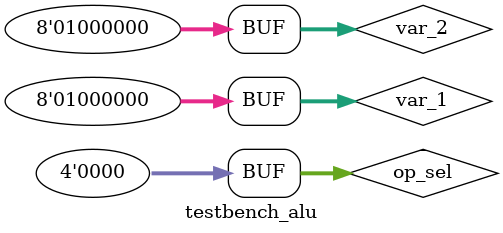
<source format=v>
`timescale 1ns/1ps

module testbench_alu;

reg [7:0]var_1=0;
reg [7:0]var_2=0;
reg [3:0]op_sel;
reg carry;

//wire  val;
//wire  out;
wire  [7:0]out;

//assign val=data;
alu uut (
    .a(var_1),
    .b(var_2),
    .alu_sel(op_sel),
    .alu_out(out),
    .carry_out(carry)
);


initial begin
    $display("addition");
    $dumpfile("test_alu.vcd");
    $dumpvars(0,testbench_alu);
    var_1=0;
    var_2=0;
    op_sel=0;
    #10 var_1=1;
    var_2=0;

    #10 var_1=0;
    var_2=1;

    #10 var_1=16;
    var_2=16;

    #10 var_1=64;
    var_2=64;

    $display("substraction");
    $display("multiplication");
    $display("division");
    $display("logical shift left");
    $display("logical shift right");
    $display("rotate right");
    $display("rotate left");
    $display("and");
    $display("or");
    $display("xor");
    $display("nor");
    $display("nand");
    $display("xnor");
    $display("greater comparison");
    $display("equal comparison");
end

initial begin
    $monitor("At time %t d1=%h(%0d) d2=%h(%0d) op_sel=%0d out=%h(%0d)",$time,var_1,var_1,var_2,var_2,op_sel,out,out);
end 

endmodule
</source>
